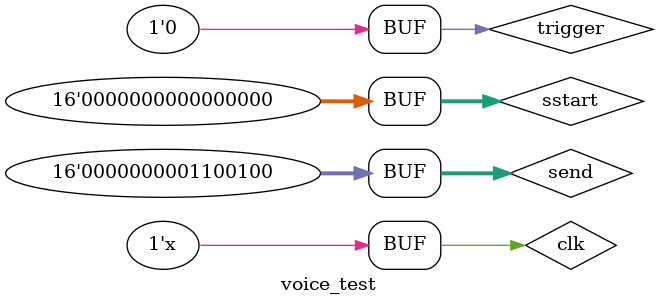
<source format=v>
`timescale 1ns / 1ps


`timescale 1 us / 100 ns

module voice_test;

	// Inputs
	reg [15:0] sstart;
	reg [15:0] send;
	reg clk;
	reg trigger;

	// Outputs
	wire [15:0] addr;

	// Instantiate the Unit Under Test (UUT)
	voice uut (
		.sstart(sstart), 
		.send(send), 
		.clk(clk), 
		.trigger(trigger), 
		.addr(addr)
	);

	initial begin
		// Initialize Inputs
		sstart = 0;
		send = 100;
		clk = 0;
		trigger = 0;

		// Wait 100 ns for global reset to finish
		#1;
        
		// Add stimulus here
		#2 trigger = 1;
		#3 trigger = 0;
	end
	
	always #1 clk = ~clk;
      
endmodule


</source>
